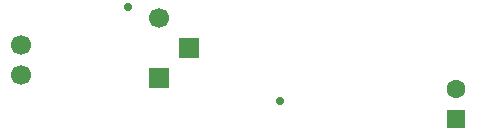
<source format=gbr>
G71*
G90*
G04 Quadcept GERBER*
%MOMM*%
%FSLAX44Y44*%
%ADD10C,0.7*%
%ADD11C,1.6*%
%ADD12C,1.7*%
%ADD13R,1.6X1.6*%
%ADD14R,1.7X1.7*%
G54D10*
X1510000Y2007000D03*
X1381000Y2087000D03*
G54D11*
X1658900Y2017100D03*
G54D12*
X1291000Y2029500D03*
Y2054900D03*
X1407800Y2077200D03*
G54D13*
X1658900Y1991700D03*
G54D14*
X1407800Y2026400D03*
X1433200Y2051800D03*
M02*

</source>
